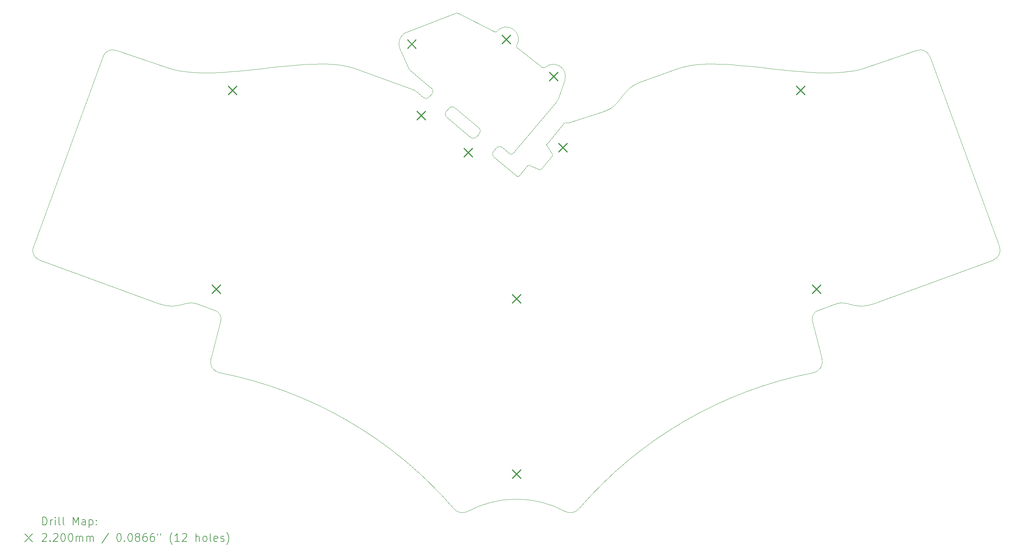
<source format=gbr>
%FSLAX45Y45*%
G04 Gerber Fmt 4.5, Leading zero omitted, Abs format (unit mm)*
G04 Created by KiCad (PCBNEW (6.0.0)) date 2023-05-15 23:44:01*
%MOMM*%
%LPD*%
G01*
G04 APERTURE LIST*
%TA.AperFunction,Profile*%
%ADD10C,0.050000*%
%TD*%
%ADD11C,0.050000*%
%ADD12C,0.200000*%
%ADD13C,0.220000*%
G04 APERTURE END LIST*
D10*
X22430000Y-13080000D02*
G75*
G03*
X22639521Y-12729954I-64214J276164D01*
G01*
X15488109Y-5264255D02*
G75*
G03*
X15564509Y-5263829I37930J48735D01*
G01*
X13649052Y-7050538D02*
G75*
G03*
X13803213Y-7043473I73516J81311D01*
G01*
X13034849Y-6385425D02*
X13104247Y-6307962D01*
X14833842Y-4696895D02*
G75*
G03*
X14332319Y-4341498I-266954J154848D01*
G01*
X13254920Y-6302639D02*
X13865545Y-6811850D01*
X13338300Y-3882915D02*
G75*
G03*
X13268300Y-3882915I-35000J-92728D01*
G01*
X13254920Y-6302639D02*
G75*
G03*
X13104247Y-6307962I-72699J-77319D01*
G01*
X14271336Y-4354264D02*
G75*
G03*
X14332319Y-4341498I22162J46169D01*
G01*
X6672000Y-11320000D02*
X7102000Y-11480000D01*
X16091184Y-6676487D02*
G75*
G03*
X16058488Y-6683332I-11803J-25132D01*
G01*
X12025749Y-4360364D02*
X13268300Y-3882915D01*
X7012478Y-12729954D02*
X7256531Y-11771876D01*
D11*
X10692000Y-5290000D02*
X10581498Y-5256794D01*
X10464395Y-5230015D01*
X10341110Y-5209234D01*
X10212063Y-5194023D01*
X10077671Y-5183954D01*
X9938355Y-5178599D01*
X9794534Y-5177527D01*
X9646625Y-5180313D01*
X9495048Y-5186525D01*
X9340223Y-5195737D01*
X9182567Y-5207520D01*
X9022500Y-5221445D01*
X8860441Y-5237084D01*
X8696809Y-5254009D01*
X8532022Y-5271790D01*
X8366500Y-5290000D01*
X8200662Y-5308210D01*
X8034926Y-5325991D01*
X7869711Y-5342916D01*
X7705437Y-5358555D01*
X7542523Y-5372480D01*
X7381387Y-5384263D01*
X7222448Y-5393475D01*
X7066125Y-5399688D01*
X6912837Y-5402473D01*
X6763004Y-5401401D01*
X6617043Y-5396046D01*
X6475375Y-5385977D01*
X6338417Y-5370766D01*
X6206590Y-5349985D01*
X6080311Y-5323206D01*
X5960000Y-5290000D01*
X22550000Y-11480000D02*
X22539778Y-11483897D01*
X22529747Y-11488091D01*
X22519924Y-11492586D01*
X22510323Y-11497386D01*
X22500961Y-11502495D01*
X22491852Y-11507918D01*
X22483014Y-11513657D01*
X22474460Y-11519717D01*
X22466208Y-11526102D01*
X22458272Y-11532816D01*
X22450669Y-11539863D01*
X22443413Y-11547247D01*
X22436521Y-11554972D01*
X22430009Y-11563043D01*
X22423891Y-11571462D01*
X22418184Y-11580234D01*
X22412902Y-11589364D01*
X22408063Y-11598854D01*
X22403681Y-11608710D01*
X22399773Y-11618934D01*
X22396353Y-11629532D01*
X22393437Y-11640507D01*
X22391042Y-11651863D01*
X22389182Y-11663604D01*
X22387874Y-11675734D01*
X22387133Y-11688257D01*
X22386974Y-11701177D01*
X22387414Y-11714499D01*
X22388467Y-11728225D01*
X22390151Y-11742361D01*
X22392479Y-11756910D01*
X22395469Y-11771876D01*
D10*
X12025749Y-4360364D02*
G75*
G03*
X11858300Y-4812915I122408J-302547D01*
G01*
X22430000Y-13080000D02*
G75*
G03*
X16420000Y-16570000I2007942J-10377602D01*
G01*
X16063197Y-5589563D02*
X15905728Y-6058868D01*
X13872610Y-6966010D02*
G75*
G03*
X13865545Y-6811850I-81311J73516D01*
G01*
X13232000Y-16570000D02*
G75*
G03*
X7222000Y-13080000I-8017942J-6887603D01*
G01*
X12077990Y-5297991D02*
X11858300Y-4812915D01*
D11*
X18960000Y-5290000D02*
X19070502Y-5256794D01*
X19187605Y-5230015D01*
X19310890Y-5209234D01*
X19439938Y-5194023D01*
X19574329Y-5183954D01*
X19713645Y-5178599D01*
X19857466Y-5177527D01*
X20005375Y-5180313D01*
X20156952Y-5186525D01*
X20311777Y-5195737D01*
X20469433Y-5207520D01*
X20629500Y-5221445D01*
X20791559Y-5237084D01*
X20955191Y-5254009D01*
X21119978Y-5271790D01*
X21285500Y-5290000D01*
X21451338Y-5308210D01*
X21617074Y-5325991D01*
X21782289Y-5342916D01*
X21946563Y-5358555D01*
X22109477Y-5372480D01*
X22270613Y-5384263D01*
X22429552Y-5393475D01*
X22585875Y-5399688D01*
X22739162Y-5402473D01*
X22888996Y-5401401D01*
X23034956Y-5396046D01*
X23176625Y-5385977D01*
X23313582Y-5370766D01*
X23445410Y-5349985D01*
X23571689Y-5323206D01*
X23692000Y-5290000D01*
D10*
X14314247Y-7327962D02*
X14244849Y-7405425D01*
X16090000Y-16640000D02*
G75*
G03*
X16420000Y-16570000I116382J264198D01*
G01*
D11*
X16091184Y-6676487D02*
X16100507Y-6679509D01*
X16109831Y-6681729D01*
X16119074Y-6683231D01*
X16128152Y-6684097D01*
X16136982Y-6684412D01*
X16145480Y-6684260D01*
X16153563Y-6683725D01*
X16161149Y-6682890D01*
X16168154Y-6681839D01*
X16174495Y-6680656D01*
X16180089Y-6679425D01*
X16186896Y-6677672D01*
X16192581Y-6675949D01*
X16193936Y-6675485D01*
D10*
X14833842Y-4696895D02*
G75*
G03*
X14846918Y-4762280I43076J-25386D01*
G01*
X13338300Y-3882915D02*
X14271336Y-4354264D01*
D11*
X22980000Y-11320000D02*
X23012130Y-11309952D01*
X23042979Y-11302198D01*
X23072671Y-11296568D01*
X23101332Y-11292895D01*
X23129086Y-11291011D01*
X23156058Y-11290749D01*
X23182374Y-11291938D01*
X23208157Y-11294413D01*
X23233533Y-11298005D01*
X23258627Y-11302546D01*
X23283564Y-11307867D01*
X23308468Y-11313801D01*
X23333464Y-11320181D01*
X23358678Y-11326837D01*
X23384234Y-11333602D01*
X23410257Y-11340307D01*
X23436872Y-11346786D01*
X23464204Y-11352869D01*
X23492377Y-11358389D01*
X23521518Y-11363178D01*
X23551749Y-11367068D01*
X23583197Y-11369891D01*
X23615987Y-11371478D01*
X23650242Y-11371662D01*
X23686089Y-11370275D01*
X23723652Y-11367149D01*
X23763055Y-11362115D01*
X23804424Y-11355007D01*
X23847884Y-11345655D01*
X23893559Y-11333891D01*
X23941575Y-11319549D01*
X23992056Y-11302459D01*
D10*
X23692000Y-5290000D02*
X25062629Y-4831323D01*
X17060000Y-6390000D02*
X16193936Y-6675485D01*
X15851631Y-6148116D02*
G75*
G03*
X15905728Y-6058868I-200744J182700D01*
G01*
X12662610Y-5946010D02*
G75*
G03*
X12653644Y-5797515I-76696J69887D01*
G01*
X2471278Y-9857246D02*
G75*
G03*
X2627987Y-10193841I246664J-89937D01*
G01*
X16063197Y-5589563D02*
G75*
G03*
X15564509Y-5263829I-293336J95518D01*
G01*
X15748740Y-7523326D02*
G75*
G03*
X15750016Y-7494857I-18622J15098D01*
G01*
D11*
X7102000Y-11480000D02*
X7112222Y-11483897D01*
X7122252Y-11488091D01*
X7132076Y-11492586D01*
X7141677Y-11497386D01*
X7151039Y-11502495D01*
X7160147Y-11507918D01*
X7168986Y-11513657D01*
X7177539Y-11519717D01*
X7185792Y-11526102D01*
X7193728Y-11532816D01*
X7201331Y-11539863D01*
X7208587Y-11547247D01*
X7215478Y-11554972D01*
X7221991Y-11563043D01*
X7228109Y-11571462D01*
X7233816Y-11580234D01*
X7239097Y-11589364D01*
X7243937Y-11598854D01*
X7248319Y-11608710D01*
X7252227Y-11618934D01*
X7255647Y-11629532D01*
X7258563Y-11640507D01*
X7260958Y-11651863D01*
X7262818Y-11663604D01*
X7264126Y-11675734D01*
X7264867Y-11688257D01*
X7265026Y-11701177D01*
X7264586Y-11714499D01*
X7263532Y-11728225D01*
X7261849Y-11742361D01*
X7259521Y-11756910D01*
X7256531Y-11771876D01*
D10*
X12077990Y-5297991D02*
G75*
G03*
X12103733Y-5336464I98159J37831D01*
G01*
X12188292Y-5837250D02*
X10692000Y-5290000D01*
X25399224Y-4988032D02*
X27180723Y-9857246D01*
X22395469Y-11771876D02*
X22639521Y-12729954D01*
X14846918Y-4762280D02*
X15488109Y-5264255D01*
X16090000Y-16640000D02*
G75*
G03*
X13562000Y-16640000I-1264000J-2313266D01*
G01*
X12260157Y-5880836D02*
X12439052Y-6030538D01*
X15142837Y-7764736D02*
G75*
G03*
X15117284Y-7771516I-8387J-19934D01*
G01*
D11*
X6672000Y-11320000D02*
X6639870Y-11309952D01*
X6609021Y-11302198D01*
X6579329Y-11296568D01*
X6550668Y-11292895D01*
X6522914Y-11291011D01*
X6495941Y-11290749D01*
X6469626Y-11291938D01*
X6443843Y-11294413D01*
X6418467Y-11298005D01*
X6393373Y-11302546D01*
X6368436Y-11307867D01*
X6343532Y-11313801D01*
X6318536Y-11320181D01*
X6293322Y-11326837D01*
X6267766Y-11333602D01*
X6241743Y-11340307D01*
X6215128Y-11346786D01*
X6187796Y-11352869D01*
X6159622Y-11358389D01*
X6130482Y-11363178D01*
X6100251Y-11367068D01*
X6068802Y-11369891D01*
X6036013Y-11371478D01*
X6001757Y-11371662D01*
X5965911Y-11370275D01*
X5928348Y-11367149D01*
X5888945Y-11362115D01*
X5847575Y-11355007D01*
X5804116Y-11345655D01*
X5758440Y-11333891D01*
X5710425Y-11319549D01*
X5659944Y-11302459D01*
D10*
X5659944Y-11302459D02*
X2627987Y-10193841D01*
X7012478Y-12729954D02*
G75*
G03*
X7222000Y-13080000I273736J-73882D01*
G01*
X14468407Y-7320897D02*
G75*
G03*
X14314247Y-7327962I-73516J-81311D01*
G01*
X27024013Y-10193841D02*
G75*
G03*
X27180723Y-9857246I-89955J246658D01*
G01*
X15596552Y-7236388D02*
G75*
G03*
X15595539Y-7260429I14584J-12656D01*
G01*
X14842851Y-8057228D02*
G75*
G03*
X14882757Y-8052346I17514J22377D01*
G01*
X14244849Y-7405425D02*
G75*
G03*
X14251915Y-7559585I81311J-73516D01*
G01*
X13041915Y-6539585D02*
X13649052Y-7050538D01*
X15750016Y-7494857D02*
X15595539Y-7260429D01*
X25399224Y-4988032D02*
G75*
G03*
X25062629Y-4831323I-246658J-89955D01*
G01*
X4589371Y-4831323D02*
X5960000Y-5290000D01*
X18960000Y-5290000D02*
X17940000Y-5660000D01*
X13034849Y-6385425D02*
G75*
G03*
X13041915Y-6539585I81311J-73516D01*
G01*
X14251915Y-7559585D02*
X14842851Y-8057228D01*
X4589371Y-4831323D02*
G75*
G03*
X4252776Y-4988032I-89937J-246664D01*
G01*
D11*
X17940000Y-5660000D02*
X17898253Y-5680173D01*
X17859146Y-5701267D01*
X17822507Y-5723207D01*
X17788164Y-5745918D01*
X17755945Y-5769325D01*
X17725679Y-5793352D01*
X17697192Y-5817925D01*
X17670313Y-5842969D01*
X17644869Y-5868408D01*
X17620688Y-5894167D01*
X17597599Y-5920172D01*
X17575430Y-5946348D01*
X17554007Y-5972618D01*
X17533159Y-5998909D01*
X17512714Y-6025144D01*
X17492500Y-6051250D01*
X17472344Y-6077150D01*
X17452075Y-6102771D01*
X17431520Y-6128036D01*
X17410508Y-6152871D01*
X17388865Y-6177201D01*
X17366421Y-6200950D01*
X17343002Y-6224043D01*
X17318438Y-6246406D01*
X17292554Y-6267963D01*
X17265181Y-6288640D01*
X17236144Y-6308361D01*
X17205273Y-6327051D01*
X17172396Y-6344635D01*
X17137339Y-6361037D01*
X17099931Y-6376184D01*
X17060000Y-6390000D01*
D10*
X13232000Y-16570000D02*
G75*
G03*
X13562000Y-16640000I213618J194198D01*
G01*
X15117284Y-7771516D02*
X14882757Y-8052346D01*
X14658238Y-7480499D02*
G75*
G03*
X14733087Y-7472479I33486J40769D01*
G01*
X15420723Y-7881829D02*
G75*
G03*
X15453673Y-7873778I11405J24776D01*
G01*
X13872610Y-6966010D02*
X13803213Y-7043473D01*
X27024013Y-10193841D02*
X23992056Y-11302459D01*
X12653644Y-5797515D02*
X12103733Y-5336464D01*
X15748740Y-7523326D02*
X15453673Y-7873778D01*
X12593213Y-6023473D02*
X12662610Y-5946010D01*
X15851631Y-6148116D02*
X14733087Y-7472479D01*
X12439052Y-6030538D02*
G75*
G03*
X12593213Y-6023473I73516J81311D01*
G01*
D11*
X12260157Y-5880836D02*
X12253813Y-5875492D01*
X12248207Y-5870795D01*
X12243234Y-5866682D01*
X12238789Y-5863088D01*
X12234767Y-5859950D01*
X12229295Y-5855958D01*
X12224181Y-5852632D01*
X12219070Y-5849757D01*
X12213608Y-5847117D01*
X12207437Y-5844497D01*
X12202755Y-5842655D01*
X12197495Y-5840662D01*
X12191552Y-5838454D01*
X12188292Y-5837250D01*
D10*
X15420723Y-7881829D02*
X15142837Y-7764736D01*
X22550000Y-11480000D02*
X22980000Y-11320000D01*
X14468407Y-7320897D02*
X14658238Y-7480499D01*
X2471277Y-9857246D02*
X4252776Y-4988032D01*
X16058488Y-6683332D02*
X15596552Y-7236388D01*
D12*
D13*
X7042000Y-10830000D02*
X7262000Y-11050000D01*
X7262000Y-10830000D02*
X7042000Y-11050000D01*
X7452000Y-5740000D02*
X7672000Y-5960000D01*
X7672000Y-5740000D02*
X7452000Y-5960000D01*
X12037669Y-4558384D02*
X12257669Y-4778384D01*
X12257669Y-4558384D02*
X12037669Y-4778384D01*
X12275000Y-6385000D02*
X12495000Y-6605000D01*
X12495000Y-6385000D02*
X12275000Y-6605000D01*
X13480000Y-7330000D02*
X13700000Y-7550000D01*
X13700000Y-7330000D02*
X13480000Y-7550000D01*
X14457669Y-4438384D02*
X14677669Y-4658384D01*
X14677669Y-4438384D02*
X14457669Y-4658384D01*
X14716000Y-11078000D02*
X14936000Y-11298000D01*
X14936000Y-11078000D02*
X14716000Y-11298000D01*
X14716000Y-15560000D02*
X14936000Y-15780000D01*
X14936000Y-15560000D02*
X14716000Y-15780000D01*
X15662669Y-5383384D02*
X15882669Y-5603384D01*
X15882669Y-5383384D02*
X15662669Y-5603384D01*
X15900000Y-7210000D02*
X16120000Y-7430000D01*
X16120000Y-7210000D02*
X15900000Y-7430000D01*
X21980000Y-5740000D02*
X22200000Y-5960000D01*
X22200000Y-5740000D02*
X21980000Y-5960000D01*
X22390000Y-10830000D02*
X22610000Y-11050000D01*
X22610000Y-10830000D02*
X22390000Y-11050000D01*
D12*
X2710512Y-16977474D02*
X2710512Y-16777474D01*
X2758131Y-16777474D01*
X2786702Y-16786998D01*
X2805750Y-16806046D01*
X2815274Y-16825093D01*
X2824797Y-16863189D01*
X2824797Y-16891760D01*
X2815274Y-16929855D01*
X2805750Y-16948903D01*
X2786702Y-16967950D01*
X2758131Y-16977474D01*
X2710512Y-16977474D01*
X2910512Y-16977474D02*
X2910512Y-16844141D01*
X2910512Y-16882236D02*
X2920035Y-16863189D01*
X2929559Y-16853665D01*
X2948607Y-16844141D01*
X2967655Y-16844141D01*
X3034321Y-16977474D02*
X3034321Y-16844141D01*
X3034321Y-16777474D02*
X3024797Y-16786998D01*
X3034321Y-16796522D01*
X3043845Y-16786998D01*
X3034321Y-16777474D01*
X3034321Y-16796522D01*
X3158131Y-16977474D02*
X3139083Y-16967950D01*
X3129559Y-16948903D01*
X3129559Y-16777474D01*
X3262893Y-16977474D02*
X3243845Y-16967950D01*
X3234321Y-16948903D01*
X3234321Y-16777474D01*
X3491464Y-16977474D02*
X3491464Y-16777474D01*
X3558131Y-16920331D01*
X3624797Y-16777474D01*
X3624797Y-16977474D01*
X3805750Y-16977474D02*
X3805750Y-16872712D01*
X3796226Y-16853665D01*
X3777178Y-16844141D01*
X3739083Y-16844141D01*
X3720035Y-16853665D01*
X3805750Y-16967950D02*
X3786702Y-16977474D01*
X3739083Y-16977474D01*
X3720035Y-16967950D01*
X3710512Y-16948903D01*
X3710512Y-16929855D01*
X3720035Y-16910808D01*
X3739083Y-16901284D01*
X3786702Y-16901284D01*
X3805750Y-16891760D01*
X3900988Y-16844141D02*
X3900988Y-17044141D01*
X3900988Y-16853665D02*
X3920035Y-16844141D01*
X3958131Y-16844141D01*
X3977178Y-16853665D01*
X3986702Y-16863189D01*
X3996226Y-16882236D01*
X3996226Y-16939379D01*
X3986702Y-16958427D01*
X3977178Y-16967950D01*
X3958131Y-16977474D01*
X3920035Y-16977474D01*
X3900988Y-16967950D01*
X4081940Y-16958427D02*
X4091464Y-16967950D01*
X4081940Y-16977474D01*
X4072416Y-16967950D01*
X4081940Y-16958427D01*
X4081940Y-16977474D01*
X4081940Y-16853665D02*
X4091464Y-16863189D01*
X4081940Y-16872712D01*
X4072416Y-16863189D01*
X4081940Y-16853665D01*
X4081940Y-16872712D01*
X2252893Y-17206998D02*
X2452893Y-17406998D01*
X2452893Y-17206998D02*
X2252893Y-17406998D01*
X2700988Y-17216522D02*
X2710512Y-17206998D01*
X2729559Y-17197474D01*
X2777178Y-17197474D01*
X2796226Y-17206998D01*
X2805750Y-17216522D01*
X2815274Y-17235570D01*
X2815274Y-17254617D01*
X2805750Y-17283189D01*
X2691464Y-17397474D01*
X2815274Y-17397474D01*
X2900988Y-17378427D02*
X2910512Y-17387950D01*
X2900988Y-17397474D01*
X2891464Y-17387950D01*
X2900988Y-17378427D01*
X2900988Y-17397474D01*
X2986702Y-17216522D02*
X2996226Y-17206998D01*
X3015274Y-17197474D01*
X3062893Y-17197474D01*
X3081940Y-17206998D01*
X3091464Y-17216522D01*
X3100988Y-17235570D01*
X3100988Y-17254617D01*
X3091464Y-17283189D01*
X2977178Y-17397474D01*
X3100988Y-17397474D01*
X3224797Y-17197474D02*
X3243845Y-17197474D01*
X3262893Y-17206998D01*
X3272416Y-17216522D01*
X3281940Y-17235570D01*
X3291464Y-17273665D01*
X3291464Y-17321284D01*
X3281940Y-17359379D01*
X3272416Y-17378427D01*
X3262893Y-17387950D01*
X3243845Y-17397474D01*
X3224797Y-17397474D01*
X3205750Y-17387950D01*
X3196226Y-17378427D01*
X3186702Y-17359379D01*
X3177178Y-17321284D01*
X3177178Y-17273665D01*
X3186702Y-17235570D01*
X3196226Y-17216522D01*
X3205750Y-17206998D01*
X3224797Y-17197474D01*
X3415274Y-17197474D02*
X3434321Y-17197474D01*
X3453369Y-17206998D01*
X3462893Y-17216522D01*
X3472416Y-17235570D01*
X3481940Y-17273665D01*
X3481940Y-17321284D01*
X3472416Y-17359379D01*
X3462893Y-17378427D01*
X3453369Y-17387950D01*
X3434321Y-17397474D01*
X3415274Y-17397474D01*
X3396226Y-17387950D01*
X3386702Y-17378427D01*
X3377178Y-17359379D01*
X3367655Y-17321284D01*
X3367655Y-17273665D01*
X3377178Y-17235570D01*
X3386702Y-17216522D01*
X3396226Y-17206998D01*
X3415274Y-17197474D01*
X3567655Y-17397474D02*
X3567655Y-17264141D01*
X3567655Y-17283189D02*
X3577178Y-17273665D01*
X3596226Y-17264141D01*
X3624797Y-17264141D01*
X3643845Y-17273665D01*
X3653369Y-17292712D01*
X3653369Y-17397474D01*
X3653369Y-17292712D02*
X3662893Y-17273665D01*
X3681940Y-17264141D01*
X3710512Y-17264141D01*
X3729559Y-17273665D01*
X3739083Y-17292712D01*
X3739083Y-17397474D01*
X3834321Y-17397474D02*
X3834321Y-17264141D01*
X3834321Y-17283189D02*
X3843845Y-17273665D01*
X3862893Y-17264141D01*
X3891464Y-17264141D01*
X3910512Y-17273665D01*
X3920035Y-17292712D01*
X3920035Y-17397474D01*
X3920035Y-17292712D02*
X3929559Y-17273665D01*
X3948607Y-17264141D01*
X3977178Y-17264141D01*
X3996226Y-17273665D01*
X4005750Y-17292712D01*
X4005750Y-17397474D01*
X4396226Y-17187950D02*
X4224797Y-17445093D01*
X4653369Y-17197474D02*
X4672417Y-17197474D01*
X4691464Y-17206998D01*
X4700988Y-17216522D01*
X4710512Y-17235570D01*
X4720036Y-17273665D01*
X4720036Y-17321284D01*
X4710512Y-17359379D01*
X4700988Y-17378427D01*
X4691464Y-17387950D01*
X4672417Y-17397474D01*
X4653369Y-17397474D01*
X4634321Y-17387950D01*
X4624797Y-17378427D01*
X4615274Y-17359379D01*
X4605750Y-17321284D01*
X4605750Y-17273665D01*
X4615274Y-17235570D01*
X4624797Y-17216522D01*
X4634321Y-17206998D01*
X4653369Y-17197474D01*
X4805750Y-17378427D02*
X4815274Y-17387950D01*
X4805750Y-17397474D01*
X4796226Y-17387950D01*
X4805750Y-17378427D01*
X4805750Y-17397474D01*
X4939083Y-17197474D02*
X4958131Y-17197474D01*
X4977178Y-17206998D01*
X4986702Y-17216522D01*
X4996226Y-17235570D01*
X5005750Y-17273665D01*
X5005750Y-17321284D01*
X4996226Y-17359379D01*
X4986702Y-17378427D01*
X4977178Y-17387950D01*
X4958131Y-17397474D01*
X4939083Y-17397474D01*
X4920036Y-17387950D01*
X4910512Y-17378427D01*
X4900988Y-17359379D01*
X4891464Y-17321284D01*
X4891464Y-17273665D01*
X4900988Y-17235570D01*
X4910512Y-17216522D01*
X4920036Y-17206998D01*
X4939083Y-17197474D01*
X5120036Y-17283189D02*
X5100988Y-17273665D01*
X5091464Y-17264141D01*
X5081940Y-17245093D01*
X5081940Y-17235570D01*
X5091464Y-17216522D01*
X5100988Y-17206998D01*
X5120036Y-17197474D01*
X5158131Y-17197474D01*
X5177178Y-17206998D01*
X5186702Y-17216522D01*
X5196226Y-17235570D01*
X5196226Y-17245093D01*
X5186702Y-17264141D01*
X5177178Y-17273665D01*
X5158131Y-17283189D01*
X5120036Y-17283189D01*
X5100988Y-17292712D01*
X5091464Y-17302236D01*
X5081940Y-17321284D01*
X5081940Y-17359379D01*
X5091464Y-17378427D01*
X5100988Y-17387950D01*
X5120036Y-17397474D01*
X5158131Y-17397474D01*
X5177178Y-17387950D01*
X5186702Y-17378427D01*
X5196226Y-17359379D01*
X5196226Y-17321284D01*
X5186702Y-17302236D01*
X5177178Y-17292712D01*
X5158131Y-17283189D01*
X5367655Y-17197474D02*
X5329559Y-17197474D01*
X5310512Y-17206998D01*
X5300988Y-17216522D01*
X5281940Y-17245093D01*
X5272417Y-17283189D01*
X5272417Y-17359379D01*
X5281940Y-17378427D01*
X5291464Y-17387950D01*
X5310512Y-17397474D01*
X5348607Y-17397474D01*
X5367655Y-17387950D01*
X5377178Y-17378427D01*
X5386702Y-17359379D01*
X5386702Y-17311760D01*
X5377178Y-17292712D01*
X5367655Y-17283189D01*
X5348607Y-17273665D01*
X5310512Y-17273665D01*
X5291464Y-17283189D01*
X5281940Y-17292712D01*
X5272417Y-17311760D01*
X5558131Y-17197474D02*
X5520036Y-17197474D01*
X5500988Y-17206998D01*
X5491464Y-17216522D01*
X5472417Y-17245093D01*
X5462893Y-17283189D01*
X5462893Y-17359379D01*
X5472417Y-17378427D01*
X5481940Y-17387950D01*
X5500988Y-17397474D01*
X5539083Y-17397474D01*
X5558131Y-17387950D01*
X5567655Y-17378427D01*
X5577178Y-17359379D01*
X5577178Y-17311760D01*
X5567655Y-17292712D01*
X5558131Y-17283189D01*
X5539083Y-17273665D01*
X5500988Y-17273665D01*
X5481940Y-17283189D01*
X5472417Y-17292712D01*
X5462893Y-17311760D01*
X5653369Y-17197474D02*
X5653369Y-17235570D01*
X5729559Y-17197474D02*
X5729559Y-17235570D01*
X6024797Y-17473665D02*
X6015274Y-17464141D01*
X5996226Y-17435570D01*
X5986702Y-17416522D01*
X5977178Y-17387950D01*
X5967655Y-17340331D01*
X5967655Y-17302236D01*
X5977178Y-17254617D01*
X5986702Y-17226046D01*
X5996226Y-17206998D01*
X6015274Y-17178427D01*
X6024797Y-17168903D01*
X6205750Y-17397474D02*
X6091464Y-17397474D01*
X6148607Y-17397474D02*
X6148607Y-17197474D01*
X6129559Y-17226046D01*
X6110512Y-17245093D01*
X6091464Y-17254617D01*
X6281940Y-17216522D02*
X6291464Y-17206998D01*
X6310512Y-17197474D01*
X6358131Y-17197474D01*
X6377178Y-17206998D01*
X6386702Y-17216522D01*
X6396226Y-17235570D01*
X6396226Y-17254617D01*
X6386702Y-17283189D01*
X6272416Y-17397474D01*
X6396226Y-17397474D01*
X6634321Y-17397474D02*
X6634321Y-17197474D01*
X6720035Y-17397474D02*
X6720035Y-17292712D01*
X6710512Y-17273665D01*
X6691464Y-17264141D01*
X6662893Y-17264141D01*
X6643845Y-17273665D01*
X6634321Y-17283189D01*
X6843845Y-17397474D02*
X6824797Y-17387950D01*
X6815274Y-17378427D01*
X6805750Y-17359379D01*
X6805750Y-17302236D01*
X6815274Y-17283189D01*
X6824797Y-17273665D01*
X6843845Y-17264141D01*
X6872416Y-17264141D01*
X6891464Y-17273665D01*
X6900988Y-17283189D01*
X6910512Y-17302236D01*
X6910512Y-17359379D01*
X6900988Y-17378427D01*
X6891464Y-17387950D01*
X6872416Y-17397474D01*
X6843845Y-17397474D01*
X7024797Y-17397474D02*
X7005750Y-17387950D01*
X6996226Y-17368903D01*
X6996226Y-17197474D01*
X7177178Y-17387950D02*
X7158131Y-17397474D01*
X7120035Y-17397474D01*
X7100988Y-17387950D01*
X7091464Y-17368903D01*
X7091464Y-17292712D01*
X7100988Y-17273665D01*
X7120035Y-17264141D01*
X7158131Y-17264141D01*
X7177178Y-17273665D01*
X7186702Y-17292712D01*
X7186702Y-17311760D01*
X7091464Y-17330808D01*
X7262893Y-17387950D02*
X7281940Y-17397474D01*
X7320035Y-17397474D01*
X7339083Y-17387950D01*
X7348607Y-17368903D01*
X7348607Y-17359379D01*
X7339083Y-17340331D01*
X7320035Y-17330808D01*
X7291464Y-17330808D01*
X7272416Y-17321284D01*
X7262893Y-17302236D01*
X7262893Y-17292712D01*
X7272416Y-17273665D01*
X7291464Y-17264141D01*
X7320035Y-17264141D01*
X7339083Y-17273665D01*
X7415274Y-17473665D02*
X7424797Y-17464141D01*
X7443845Y-17435570D01*
X7453369Y-17416522D01*
X7462893Y-17387950D01*
X7472416Y-17340331D01*
X7472416Y-17302236D01*
X7462893Y-17254617D01*
X7453369Y-17226046D01*
X7443845Y-17206998D01*
X7424797Y-17178427D01*
X7415274Y-17168903D01*
M02*

</source>
